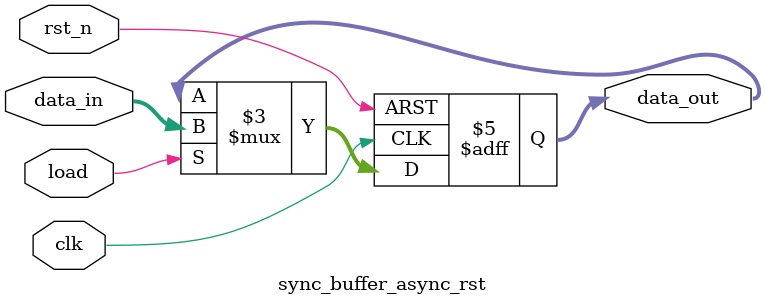
<source format=sv>
module sync_buffer_async_rst (
    input wire clk,
    input wire rst_n,
    input wire [7:0] data_in,
    input wire load,
    output reg [7:0] data_out
);
    always @(posedge clk or negedge rst_n) begin
        if (!rst_n)
            data_out <= 8'b0;
        else if (load)
            data_out <= data_in;
    end
endmodule
</source>
